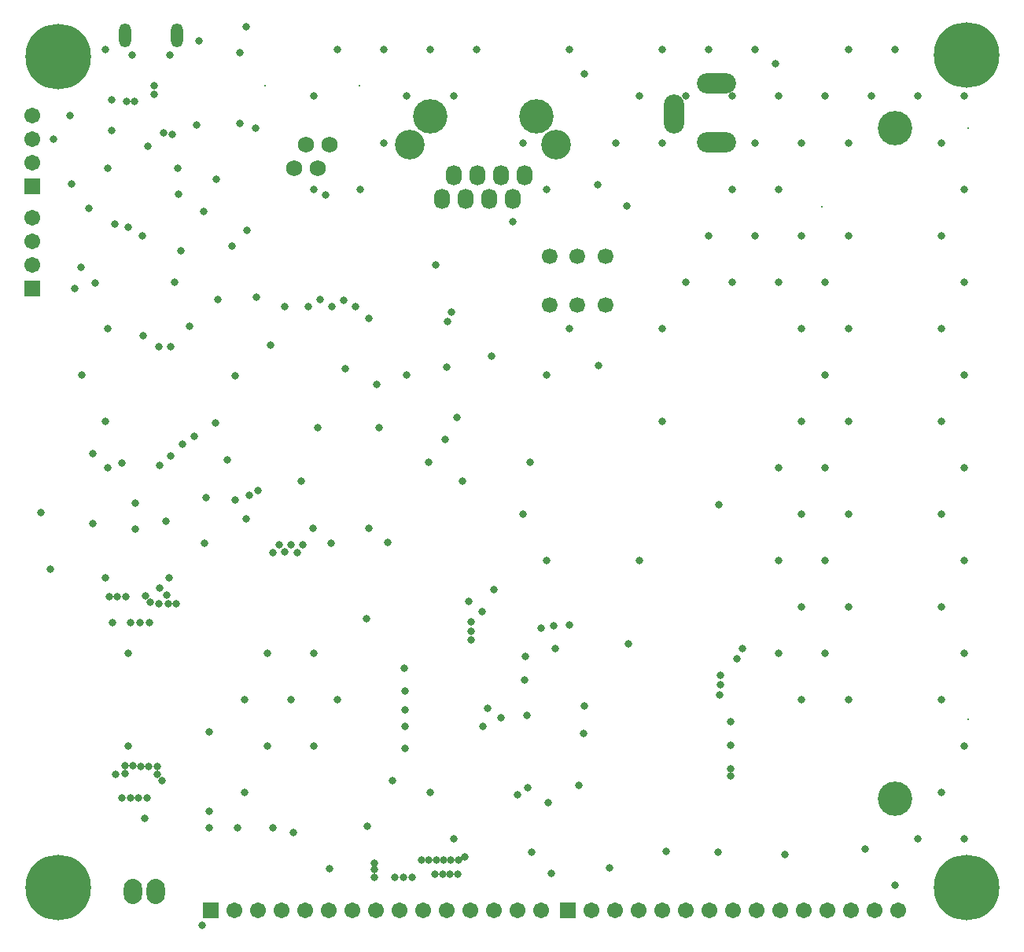
<source format=gbs>
G04*
G04 #@! TF.GenerationSoftware,Altium Limited,Altium Designer,21.6.4 (81)*
G04*
G04 Layer_Color=16711935*
%FSLAX25Y25*%
%MOIN*%
G70*
G04*
G04 #@! TF.SameCoordinates,66C397C5-0B84-4E1A-9DB0-3B2DC1B0179D*
G04*
G04*
G04 #@! TF.FilePolarity,Negative*
G04*
G01*
G75*
%ADD122C,0.03162*%
%ADD123O,0.05131X0.10249*%
%ADD124R,0.00800X0.00800*%
%ADD125C,0.14580*%
%ADD126C,0.27800*%
%ADD127O,0.07690X0.10642*%
%ADD128C,0.06658*%
%ADD129R,0.06706X0.06706*%
%ADD130C,0.06706*%
%ADD131O,0.16548X0.08674*%
%ADD132O,0.08674X0.16548*%
%ADD133C,0.12611*%
%ADD134O,0.06706X0.08674*%
%ADD135C,0.06800*%
%ADD136C,0.00800*%
%ADD137R,0.06706X0.06706*%
D122*
X48957Y370732D02*
D03*
X64705D02*
D03*
X65937Y336982D02*
D03*
X62000Y337500D02*
D03*
X58000Y354000D02*
D03*
X58201Y357701D02*
D03*
X49789Y351000D02*
D03*
X46639D02*
D03*
X40000Y351500D02*
D03*
X38500Y322500D02*
D03*
X60000Y138000D02*
D03*
X199500Y93500D02*
D03*
X197500Y86000D02*
D03*
X205000Y89500D02*
D03*
X40000Y338500D02*
D03*
X128500Y267000D02*
D03*
X138500Y266500D02*
D03*
X130818Y311375D02*
D03*
X97410Y296256D02*
D03*
X297957Y99295D02*
D03*
X298000Y103500D02*
D03*
Y107500D02*
D03*
X305017Y114673D02*
D03*
X401528Y353146D02*
D03*
X391685Y333461D02*
D03*
X401528Y313776D02*
D03*
X391685Y294091D02*
D03*
X401528Y274406D02*
D03*
X391685Y254720D02*
D03*
X401528Y235035D02*
D03*
X391685Y215350D02*
D03*
X401528Y195665D02*
D03*
X391685Y175980D02*
D03*
X401528Y156295D02*
D03*
X391685Y136610D02*
D03*
X401528Y116925D02*
D03*
X391685Y97240D02*
D03*
X401528Y77555D02*
D03*
X391685Y57870D02*
D03*
X401528Y38185D02*
D03*
X372000Y372831D02*
D03*
X381842Y353146D02*
D03*
Y38185D02*
D03*
X372000Y18500D02*
D03*
X352315Y372831D02*
D03*
X362158Y353146D02*
D03*
X352315Y333461D02*
D03*
Y294091D02*
D03*
Y254720D02*
D03*
Y215350D02*
D03*
Y175980D02*
D03*
Y136610D02*
D03*
Y97240D02*
D03*
X342472Y353146D02*
D03*
X332630Y333461D02*
D03*
Y294091D02*
D03*
X342472Y274406D02*
D03*
X332630Y254720D02*
D03*
X342472Y235035D02*
D03*
X332630Y215350D02*
D03*
X342472Y195665D02*
D03*
X332630Y175980D02*
D03*
X342472Y156295D02*
D03*
X332630Y136610D02*
D03*
X342472Y116925D02*
D03*
X332630Y97240D02*
D03*
X312945Y372831D02*
D03*
X322787Y353146D02*
D03*
X312945Y333461D02*
D03*
X322787Y313776D02*
D03*
X312945Y294091D02*
D03*
X322787Y274406D02*
D03*
Y195665D02*
D03*
Y156295D02*
D03*
Y116925D02*
D03*
X293260Y372831D02*
D03*
X303102Y353146D02*
D03*
Y313776D02*
D03*
X293260Y294091D02*
D03*
X303102Y274406D02*
D03*
X273575Y372831D02*
D03*
X283417Y353146D02*
D03*
X273575Y333461D02*
D03*
X283417Y274406D02*
D03*
X273575Y254720D02*
D03*
Y215350D02*
D03*
X263732Y353146D02*
D03*
X253890Y333461D02*
D03*
X263732Y156295D02*
D03*
X234205Y372831D02*
D03*
Y254720D02*
D03*
X214520Y333461D02*
D03*
X224362Y313776D02*
D03*
Y235035D02*
D03*
X214520Y175980D02*
D03*
X224362Y156295D02*
D03*
X194835Y372831D02*
D03*
X175150D02*
D03*
X184992Y353146D02*
D03*
X175150Y57870D02*
D03*
X184992Y38185D02*
D03*
X155465Y372831D02*
D03*
X165307Y353146D02*
D03*
X155465Y333461D02*
D03*
X165307Y235035D02*
D03*
X135780Y372831D02*
D03*
X145622Y313776D02*
D03*
X135780Y97240D02*
D03*
X125937Y353146D02*
D03*
Y313776D02*
D03*
Y116925D02*
D03*
X116095Y97240D02*
D03*
X125937Y77555D02*
D03*
X106252Y116925D02*
D03*
X96409Y97240D02*
D03*
X106252Y77555D02*
D03*
X96409Y57870D02*
D03*
X66882Y274406D02*
D03*
X37354Y372831D02*
D03*
Y215350D02*
D03*
X47197Y116925D02*
D03*
Y77555D02*
D03*
X27512Y235035D02*
D03*
X164500Y76500D02*
D03*
Y86000D02*
D03*
Y93000D02*
D03*
Y101000D02*
D03*
X78500Y1500D02*
D03*
X14000Y152500D02*
D03*
X63000Y173000D02*
D03*
X81500Y83500D02*
D03*
X54000Y47000D02*
D03*
X24500Y271500D02*
D03*
X27130Y280750D02*
D03*
X23000Y316000D02*
D03*
X47146Y297654D02*
D03*
X32256Y201756D02*
D03*
X38500Y195500D02*
D03*
X44500Y197500D02*
D03*
X10000Y176500D02*
D03*
X37500Y149000D02*
D03*
X46000Y141000D02*
D03*
X42500D02*
D03*
X39000D02*
D03*
X40500Y130000D02*
D03*
X48000D02*
D03*
X56000D02*
D03*
X52000D02*
D03*
X54380Y141215D02*
D03*
X67500Y138000D02*
D03*
X64000D02*
D03*
X56500Y138500D02*
D03*
X55958Y69083D02*
D03*
X59368Y69106D02*
D03*
X59463Y65741D02*
D03*
X49129Y69194D02*
D03*
X41888Y65682D02*
D03*
X45704Y69194D02*
D03*
X45662Y65874D02*
D03*
X44500Y55500D02*
D03*
X48000D02*
D03*
X51500D02*
D03*
X52638Y69137D02*
D03*
X55000Y55500D02*
D03*
X61463Y63075D02*
D03*
X151500Y28000D02*
D03*
Y22000D02*
D03*
X163802Y21937D02*
D03*
X160000Y22000D02*
D03*
X167500D02*
D03*
X151524Y25270D02*
D03*
X189977Y30476D02*
D03*
X187103Y29188D02*
D03*
X183953D02*
D03*
X180804D02*
D03*
X177654D02*
D03*
X174505D02*
D03*
X171359Y29338D02*
D03*
X177221Y23167D02*
D03*
X180371D02*
D03*
X183521D02*
D03*
X186670D02*
D03*
X132500Y25500D02*
D03*
X226500Y23500D02*
D03*
X225000Y53500D02*
D03*
X197000Y134500D02*
D03*
X177500Y281500D02*
D03*
X101500Y268000D02*
D03*
X92500Y234500D02*
D03*
X89000Y199000D02*
D03*
X127500Y212500D02*
D03*
X186500Y217000D02*
D03*
X188909Y190091D02*
D03*
X174646Y197854D02*
D03*
X201000Y243000D02*
D03*
X275000Y33000D02*
D03*
X297000Y32500D02*
D03*
X325500Y31500D02*
D03*
X359500Y34000D02*
D03*
X251000Y26000D02*
D03*
X41500Y299000D02*
D03*
X33000Y274000D02*
D03*
X93500Y43000D02*
D03*
X81516Y43016D02*
D03*
X32000Y172000D02*
D03*
X75000Y209000D02*
D03*
X120500Y190000D02*
D03*
X184000Y261535D02*
D03*
X182500Y257500D02*
D03*
X157000Y164000D02*
D03*
X125500Y170000D02*
D03*
X153500Y212711D02*
D03*
X181500Y207500D02*
D03*
X164000Y110500D02*
D03*
X159000Y63000D02*
D03*
X148000Y131500D02*
D03*
X69500Y287500D02*
D03*
X79000Y304252D02*
D03*
X73225Y255602D02*
D03*
X222000Y127500D02*
D03*
X228000Y119039D02*
D03*
X215000Y105500D02*
D03*
X191500Y139000D02*
D03*
X215500Y115500D02*
D03*
X55594Y332000D02*
D03*
X216000Y90500D02*
D03*
X218000Y32500D02*
D03*
X133000Y163500D02*
D03*
X212000Y57000D02*
D03*
X81500Y50000D02*
D03*
X148500Y43500D02*
D03*
X79500Y163500D02*
D03*
X64500Y149000D02*
D03*
X65000Y200500D02*
D03*
X84000Y214500D02*
D03*
X139000Y237500D02*
D03*
X152500Y231000D02*
D03*
X210000Y300000D02*
D03*
X246000Y315500D02*
D03*
X97000Y382500D02*
D03*
X101000Y339500D02*
D03*
X94441Y341560D02*
D03*
X91000Y289500D02*
D03*
X53000Y294000D02*
D03*
X60500Y144500D02*
D03*
X63500Y141500D02*
D03*
X60500Y196500D02*
D03*
X307500Y119000D02*
D03*
X108500Y43000D02*
D03*
X117059Y41059D02*
D03*
X149000Y170000D02*
D03*
X217500Y198000D02*
D03*
X240500Y94500D02*
D03*
X297500Y180000D02*
D03*
X246500Y239000D02*
D03*
X121295Y163000D02*
D03*
X118736Y159500D02*
D03*
X116177Y163000D02*
D03*
X111059D02*
D03*
X113618Y160000D02*
D03*
X92500Y181846D02*
D03*
X108500Y159500D02*
D03*
X97000Y174000D02*
D03*
X102000Y186000D02*
D03*
X98500Y183815D02*
D03*
X258500Y306500D02*
D03*
X107500Y247500D02*
D03*
X50000Y169500D02*
D03*
Y180500D02*
D03*
X216500Y60000D02*
D03*
X60000Y247000D02*
D03*
X53500Y251500D02*
D03*
X65000Y247000D02*
D03*
X38500Y254500D02*
D03*
X113500Y264000D02*
D03*
X123500D02*
D03*
X133500D02*
D03*
X143500D02*
D03*
X85000Y267000D02*
D03*
X149000Y259000D02*
D03*
X321500Y367000D02*
D03*
X84500Y318000D02*
D03*
X80000Y183000D02*
D03*
X234000Y129000D02*
D03*
X76000Y341000D02*
D03*
X77000Y376500D02*
D03*
X94500Y371500D02*
D03*
X30500Y305500D02*
D03*
X15500Y335000D02*
D03*
X22500Y345000D02*
D03*
X70000Y205500D02*
D03*
X68250Y322750D02*
D03*
X68498Y311491D02*
D03*
X182095Y238405D02*
D03*
X240500Y362500D02*
D03*
X202102Y144103D02*
D03*
X192476Y122476D02*
D03*
X227500Y128500D02*
D03*
X192566Y130350D02*
D03*
X192587Y126413D02*
D03*
X259000Y121000D02*
D03*
X240000Y83000D02*
D03*
X302500Y64937D02*
D03*
Y68087D02*
D03*
Y78000D02*
D03*
X238000Y61000D02*
D03*
X302500Y88000D02*
D03*
D123*
X45709Y378999D02*
D03*
X67953D02*
D03*
D124*
X402984Y88839D02*
D03*
Y339665D02*
D03*
X341016Y306161D02*
D03*
D125*
X372000Y55335D02*
D03*
Y339665D02*
D03*
X220000Y344657D02*
D03*
X175000D02*
D03*
D126*
X402500Y370500D02*
D03*
X17500Y370000D02*
D03*
Y17500D02*
D03*
X402500D02*
D03*
D127*
X49079Y16000D02*
D03*
X58921D02*
D03*
D128*
X225726Y285362D02*
D03*
X237545Y285339D02*
D03*
X249340Y285343D02*
D03*
Y264480D02*
D03*
X237565Y264500D02*
D03*
X225726D02*
D03*
D129*
X6500Y315000D02*
D03*
Y271500D02*
D03*
D130*
Y325000D02*
D03*
Y335000D02*
D03*
Y345000D02*
D03*
Y281500D02*
D03*
Y291500D02*
D03*
Y301500D02*
D03*
X243500Y8000D02*
D03*
X253500D02*
D03*
X263500D02*
D03*
X273500D02*
D03*
X283500D02*
D03*
X293500D02*
D03*
X303500D02*
D03*
X313500D02*
D03*
X323500D02*
D03*
X333500D02*
D03*
X343500D02*
D03*
X353500D02*
D03*
X363500D02*
D03*
X373500D02*
D03*
X222000D02*
D03*
X212000D02*
D03*
X202000D02*
D03*
X192000D02*
D03*
X182000D02*
D03*
X172000D02*
D03*
X162000D02*
D03*
X152000D02*
D03*
X142000D02*
D03*
X132000D02*
D03*
X122000D02*
D03*
X112000D02*
D03*
X102000D02*
D03*
X92000D02*
D03*
D131*
X296500Y358500D02*
D03*
Y333500D02*
D03*
D132*
X278500Y345500D02*
D03*
D133*
X228425Y332650D02*
D03*
X166614D02*
D03*
D134*
X185000Y319657D02*
D03*
X195000D02*
D03*
X205000D02*
D03*
X215000D02*
D03*
X180000Y309658D02*
D03*
X190000D02*
D03*
X200000D02*
D03*
X210000D02*
D03*
D135*
X132500Y332500D02*
D03*
X122500D02*
D03*
X127500Y322500D02*
D03*
X117500D02*
D03*
D136*
X145000Y357500D02*
D03*
X105000D02*
D03*
D137*
X233500Y8000D02*
D03*
X82000D02*
D03*
M02*

</source>
